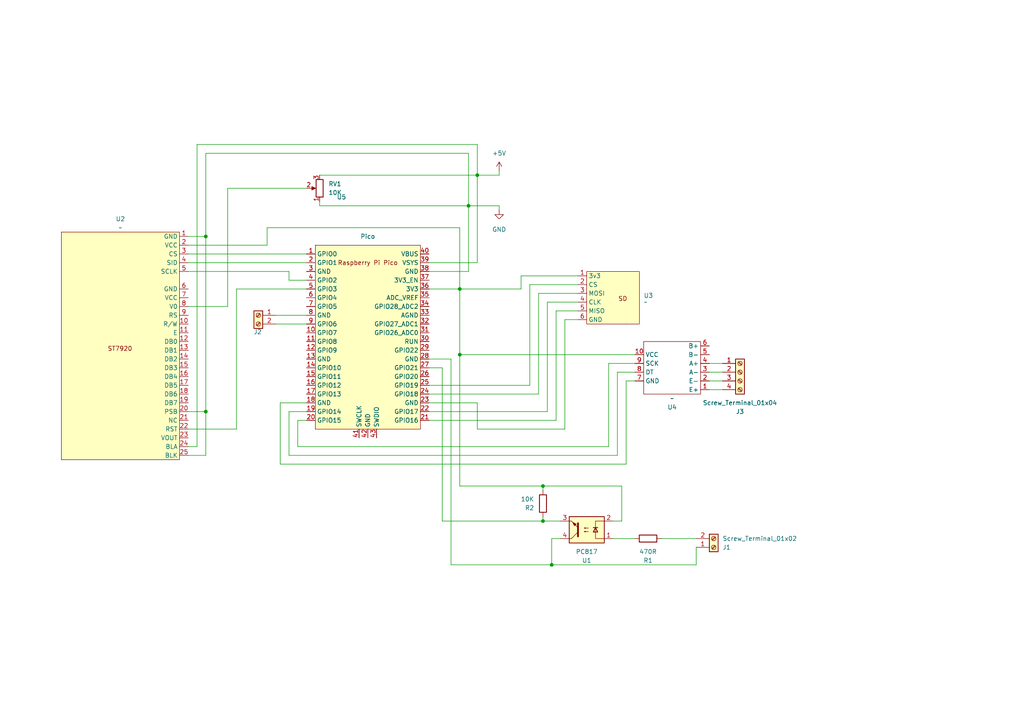
<source format=kicad_sch>
(kicad_sch (version 20231120) (generator "eeschema") (generator_version "8.0")
  (paper "A4")
  (lib_symbols
    (symbol "Connector:Screw_Terminal_01x02" (pin_names (offset 1.016) hide)
      (property "Reference" "J" (at 0 2.54 0))
      (property "Value" "Screw_Terminal_01x02" (at 0 -5.08 0))
      (symbol "Screw_Terminal_01x02_1_1"
        (rectangle (start -1.27 1.27) (end 1.27 -3.81) (stroke (width 0.254)) (fill (type background)))
        (circle (center 0 -2.54) (radius 0.635) (stroke (width 0.1524)))
        (polyline (pts (xy -0.5334 -2.2098) (xy 0.3302 -3.048)) (stroke (width 0.1524)))
        (polyline (pts (xy -0.5334 0.3302) (xy 0.3302 -0.508)) (stroke (width 0.1524)))
        (polyline (pts (xy -0.3556 -2.032) (xy 0.508 -2.8702)) (stroke (width 0.1524)))
        (polyline (pts (xy -0.3556 0.508) (xy 0.508 -0.3302)) (stroke (width 0.1524)))
        (circle (center 0 0) (radius 0.635) (stroke (width 0.1524)))
        (pin passive line (at -5.08 0 0) (length 3.81) (name "Pin_1") (number "1"))
        (pin passive line (at -5.08 -2.54 0) (length 3.81) (name "Pin_2") (number "2"))
      )
    )
    (symbol "Connector:Screw_Terminal_01x04" (pin_names (offset 1.016) hide)
      (property "Reference" "J" (at 0 5.08 0))
      (property "Value" "Screw_Terminal_01x04" (at 0 -7.62 0))
      (symbol "Screw_Terminal_01x04_1_1"
        (rectangle (start -1.27 3.81) (end 1.27 -6.35) (stroke (width 0.254)) (fill (type background)))
        (circle (center 0 -5.08) (radius 0.635) (stroke (width 0.1524)))
        (circle (center 0 -2.54) (radius 0.635) (stroke (width 0.1524)))
        (polyline (pts (xy -0.5334 -4.7498) (xy 0.3302 -5.588)) (stroke (width 0.1524)))
        (polyline (pts (xy -0.5334 -2.2098) (xy 0.3302 -3.048)) (stroke (width 0.1524)))
        (polyline (pts (xy -0.5334 0.3302) (xy 0.3302 -0.508)) (stroke (width 0.1524)))
        (polyline (pts (xy -0.5334 2.8702) (xy 0.3302 2.032)) (stroke (width 0.1524)))
        (polyline (pts (xy -0.3556 -4.572) (xy 0.508 -5.4102)) (stroke (width 0.1524)))
        (polyline (pts (xy -0.3556 -2.032) (xy 0.508 -2.8702)) (stroke (width 0.1524)))
        (polyline (pts (xy -0.3556 0.508) (xy 0.508 -0.3302)) (stroke (width 0.1524)))
        (polyline (pts (xy -0.3556 3.048) (xy 0.508 2.2098)) (stroke (width 0.1524)))
        (circle (center 0 0) (radius 0.635) (stroke (width 0.1524)))
        (circle (center 0 2.54) (radius 0.635) (stroke (width 0.1524)))
        (pin passive line (at -5.08 2.54 0) (length 3.81) (name "Pin_1") (number "1"))
        (pin passive line (at -5.08 0 0) (length 3.81) (name "Pin_2") (number "2"))
        (pin passive line (at -5.08 -2.54 0) (length 3.81) (name "Pin_3") (number "3"))
        (pin passive line (at -5.08 -5.08 0) (length 3.81) (name "Pin_4") (number "4"))
      )
    )
    (symbol "Device:R" (pin_numbers hide) (pin_names (offset 0))
      (property "Reference" "R" (at 2.032 0 90))
      (property "Value" "R" (at 0 0 90))
      (symbol "R_0_1"
        (rectangle (start -1.016 -2.54) (end 1.016 2.54) (stroke (width 0.254)))
      )
      (symbol "R_1_1"
        (pin passive line (at 0 3.81 270) (length 1.27) (name "~") (number "1"))
        (pin passive line (at 0 -3.81 90) (length 1.27) (name "~") (number "2"))
      )
    )
    (symbol "Device:R_Potentiometer" (pin_names (offset 1.016) hide)
      (property "Reference" "RV" (at -4.445 0 90))
      (property "Value" "R_Potentiometer" (at -2.54 0 90))
      (symbol "R_Potentiometer_0_1"
        (polyline (pts (xy 2.54 0) (xy 1.524 0)))
        (polyline (pts (xy 1.143 0) (xy 2.286 0.508) (xy 2.286 -0.508) (xy 1.143 0)) (fill (type outline)))
        (rectangle (start 1.016 2.54) (end -1.016 -2.54) (stroke (width 0.254)))
      )
      (symbol "R_Potentiometer_1_1"
        (pin passive line (at 0 3.81 270) (length 1.27) (name "1") (number "1"))
        (pin passive line (at 3.81 0 180) (length 1.27) (name "2") (number "2"))
        (pin passive line (at 0 -3.81 90) (length 1.27) (name "3") (number "3"))
      )
    )
    (symbol "Isolator:PC817" (pin_names (offset 1.016))
      (property "Reference" "U" (at -5.08 5.08 0))
      (property "Value" "PC817" (at 0 5.08 0))
      (symbol "PC817_0_1"
        (rectangle (start -5.08 3.81) (end 5.08 -3.81) (stroke (width 0.254)) (fill (type background)))
        (polyline (pts (xy -3.175 -0.635) (xy -1.905 -0.635)) (stroke (width 0.254)))
        (polyline (pts (xy 2.54 0.635) (xy 4.445 2.54)))
        (polyline (pts (xy 4.445 -2.54) (xy 2.54 -0.635)) (fill (type outline)))
        (polyline (pts (xy 4.445 -2.54) (xy 5.08 -2.54)))
        (polyline (pts (xy 4.445 2.54) (xy 5.08 2.54)))
        (polyline (pts (xy -5.08 2.54) (xy -2.54 2.54) (xy -2.54 -0.635)))
        (polyline (pts (xy -2.54 -0.635) (xy -2.54 -2.54) (xy -5.08 -2.54)))
        (polyline (pts (xy 2.54 1.905) (xy 2.54 -1.905) (xy 2.54 -1.905)) (stroke (width 0.508)))
        (polyline (pts (xy -2.54 -0.635) (xy -3.175 0.635) (xy -1.905 0.635) (xy -2.54 -0.635)) (stroke (width 0.254)))
        (polyline (pts (xy -0.508 -0.508) (xy 0.762 -0.508) (xy 0.381 -0.635) (xy 0.381 -0.381) (xy 0.762 -0.508)))
        (polyline (pts (xy -0.508 0.508) (xy 0.762 0.508) (xy 0.381 0.381) (xy 0.381 0.635) (xy 0.762 0.508)))
        (polyline (pts (xy 3.048 -1.651) (xy 3.556 -1.143) (xy 4.064 -2.159) (xy 3.048 -1.651) (xy 3.048 -1.651)) (fill (type outline)))
      )
      (symbol "PC817_1_1"
        (pin passive line (at -7.62 2.54 0) (length 2.54) (name "~") (number "1"))
        (pin passive line (at -7.62 -2.54 0) (length 2.54) (name "~") (number "2"))
        (pin passive line (at 7.62 -2.54 180) (length 2.54) (name "~") (number "3"))
        (pin passive line (at 7.62 2.54 180) (length 2.54) (name "~") (number "4"))
      )
    )
    (symbol "MCU_RaspberryPi_and_Boards:Pico"
      (property "Reference" "U" (at -13.97 27.94 0))
      (property "Value" "Pico" (at 0 19.05 0))
      (symbol "Pico_0_0"
        (text "Raspberry Pi Pico" (at 0 21.59 0) (effects (font (size 1.27 1.27))))
      )
      (symbol "Pico_0_1"
        (rectangle (start -15.24 26.67) (end 15.24 -26.67) (fill (type background)))
      )
      (symbol "Pico_1_1"
        (pin bidirectional line (at -17.78 24.13 0) (length 2.54) (name "GPIO0") (number "1"))
        (pin bidirectional line (at -17.78 1.27 0) (length 2.54) (name "GPIO7") (number "10"))
        (pin bidirectional line (at -17.78 -1.27 0) (length 2.54) (name "GPIO8") (number "11"))
        (pin bidirectional line (at -17.78 -3.81 0) (length 2.54) (name "GPIO9") (number "12"))
        (pin power_in line (at -17.78 -6.35 0) (length 2.54) (name "GND") (number "13"))
        (pin bidirectional line (at -17.78 -8.89 0) (length 2.54) (name "GPIO10") (number "14"))
        (pin bidirectional line (at -17.78 -11.43 0) (length 2.54) (name "GPIO11") (number "15"))
        (pin bidirectional line (at -17.78 -13.97 0) (length 2.54) (name "GPIO12") (number "16"))
        (pin bidirectional line (at -17.78 -16.51 0) (length 2.54) (name "GPIO13") (number "17"))
        (pin power_in line (at -17.78 -19.05 0) (length 2.54) (name "GND") (number "18"))
        (pin bidirectional line (at -17.78 -21.59 0) (length 2.54) (name "GPIO14") (number "19"))
        (pin bidirectional line (at -17.78 21.59 0) (length 2.54) (name "GPIO1") (number "2"))
        (pin bidirectional line (at -17.78 -24.13 0) (length 2.54) (name "GPIO15") (number "20"))
        (pin bidirectional line (at 17.78 -24.13 180) (length 2.54) (name "GPIO16") (number "21"))
        (pin bidirectional line (at 17.78 -21.59 180) (length 2.54) (name "GPIO17") (number "22"))
        (pin power_in line (at 17.78 -19.05 180) (length 2.54) (name "GND") (number "23"))
        (pin bidirectional line (at 17.78 -16.51 180) (length 2.54) (name "GPIO18") (number "24"))
        (pin bidirectional line (at 17.78 -13.97 180) (length 2.54) (name "GPIO19") (number "25"))
        (pin bidirectional line (at 17.78 -11.43 180) (length 2.54) (name "GPIO20") (number "26"))
        (pin bidirectional line (at 17.78 -8.89 180) (length 2.54) (name "GPIO21") (number "27"))
        (pin power_in line (at 17.78 -6.35 180) (length 2.54) (name "GND") (number "28"))
        (pin bidirectional line (at 17.78 -3.81 180) (length 2.54) (name "GPIO22") (number "29"))
        (pin power_in line (at -17.78 19.05 0) (length 2.54) (name "GND") (number "3"))
        (pin input line (at 17.78 -1.27 180) (length 2.54) (name "RUN") (number "30"))
        (pin bidirectional line (at 17.78 1.27 180) (length 2.54) (name "GPIO26_ADC0") (number "31"))
        (pin bidirectional line (at 17.78 3.81 180) (length 2.54) (name "GPIO27_ADC1") (number "32"))
        (pin power_in line (at 17.78 6.35 180) (length 2.54) (name "AGND") (number "33"))
        (pin bidirectional line (at 17.78 8.89 180) (length 2.54) (name "GPIO28_ADC2") (number "34"))
        (pin power_in line (at 17.78 11.43 180) (length 2.54) (name "ADC_VREF") (number "35"))
        (pin power_in line (at 17.78 13.97 180) (length 2.54) (name "3V3") (number "36"))
        (pin input line (at 17.78 16.51 180) (length 2.54) (name "3V3_EN") (number "37"))
        (pin bidirectional line (at 17.78 19.05 180) (length 2.54) (name "GND") (number "38"))
        (pin power_in line (at 17.78 21.59 180) (length 2.54) (name "VSYS") (number "39"))
        (pin bidirectional line (at -17.78 16.51 0) (length 2.54) (name "GPIO2") (number "4"))
        (pin power_in line (at 17.78 24.13 180) (length 2.54) (name "VBUS") (number "40"))
        (pin input line (at -2.54 -29.21 90) (length 2.54) (name "SWCLK") (number "41"))
        (pin power_in line (at 0 -29.21 90) (length 2.54) (name "GND") (number "42"))
        (pin bidirectional line (at 2.54 -29.21 90) (length 2.54) (name "SWDIO") (number "43"))
        (pin bidirectional line (at -17.78 13.97 0) (length 2.54) (name "GPIO3") (number "5"))
        (pin bidirectional line (at -17.78 11.43 0) (length 2.54) (name "GPIO4") (number "6"))
        (pin bidirectional line (at -17.78 8.89 0) (length 2.54) (name "GPIO5") (number "7"))
        (pin power_in line (at -17.78 6.35 0) (length 2.54) (name "GND") (number "8"))
        (pin bidirectional line (at -17.78 3.81 0) (length 2.54) (name "GPIO6") (number "9"))
      )
    )
    (symbol "New_Library:MicroSD_reader"
      (property "Reference" "U" (at 0 0 0))
      (symbol "MicroSD_reader_0_1"
        (rectangle (start 13.97 -8.89) (end 13.97 -8.89))
      )
      (symbol "MicroSD_reader_1_1"
        (rectangle (start 2.54 6.35) (end 17.78 -8.89) (fill (type background)))
        (text "SD  " (at 13.97 -1.524 0) (effects (font (size 1.27 1.27))))
        (pin power_in line (at 0 5.08 0) (length 2.54) (name "3v3") (number "1"))
        (pin input line (at 0 2.54 0) (length 2.54) (name "CS") (number "2"))
        (pin input line (at 0 0 0) (length 2.54) (name "MOSI") (number "3"))
        (pin input line (at 0 -2.54 0) (length 2.54) (name "CLK") (number "4"))
        (pin output line (at 0 -5.08 0) (length 2.54) (name "MISO") (number "5"))
        (pin power_in line (at 0 -7.62 0) (length 2.54) (name "GND") (number "6"))
      )
    )
    (symbol "New_Library:ST7920"
      (property "Reference" "U" (at 1.27 1.27 0))
      (symbol "ST7920_1_1"
        (rectangle (start -35.56 15.24) (end -1.27 -50.8) (fill (type background)))
        (text "ST7920\n" (at -18.542 -18.542 0) (effects (font (size 1.27 1.27))))
        (pin power_in line (at 1.27 13.97 180) (length 2.54) (name "GND") (number "1"))
        (pin input line (at 1.27 -11.43 180) (length 2.54) (name "R/W") (number "10"))
        (pin input line (at 1.27 -13.97 180) (length 2.54) (name "E") (number "11"))
        (pin bidirectional line (at 1.27 -16.51 180) (length 2.54) (name "DB0") (number "12"))
        (pin bidirectional line (at 1.27 -19.05 180) (length 2.54) (name "DB1") (number "13"))
        (pin bidirectional line (at 1.27 -21.59 180) (length 2.54) (name "DB2") (number "14"))
        (pin bidirectional line (at 1.27 -24.13 180) (length 2.54) (name "DB3") (number "15"))
        (pin bidirectional line (at 1.27 -26.67 180) (length 2.54) (name "DB4") (number "16"))
        (pin bidirectional line (at 1.27 -29.21 180) (length 2.54) (name "DB5") (number "17"))
        (pin bidirectional line (at 1.27 -31.75 180) (length 2.54) (name "DB6") (number "18"))
        (pin bidirectional line (at 1.27 -34.29 180) (length 2.54) (name "DB7") (number "19"))
        (pin power_in line (at 1.27 11.43 180) (length 2.54) (name "VCC") (number "2"))
        (pin input line (at 1.27 -36.83 180) (length 2.54) (name "PSB") (number "20"))
        (pin unspecified line (at 1.27 -39.37 180) (length 2.54) (name "NC") (number "21"))
        (pin input line (at 1.27 -41.91 180) (length 2.54) (name "RST") (number "22"))
        (pin power_out line (at 1.27 -44.45 180) (length 2.54) (name "VOUT") (number "23"))
        (pin power_in line (at 1.27 -46.99 180) (length 2.54) (name "BLA") (number "24"))
        (pin power_in line (at 1.27 -49.53 180) (length 2.54) (name "BLK") (number "25"))
        (pin input line (at 1.27 8.89 180) (length 2.54) (name "CS") (number "3"))
        (pin input line (at 1.27 6.35 180) (length 2.54) (name "SID") (number "4"))
        (pin input line (at 1.27 3.81 180) (length 2.54) (name "SCLK") (number "5"))
        (pin unspecified line (at 1.27 -1.27 180) (length 2.54) (name "GND") (number "6"))
        (pin unspecified line (at 1.27 -3.81 180) (length 2.54) (name "VCC") (number "7"))
        (pin input line (at 1.27 -6.35 180) (length 2.54) (name "V0") (number "8"))
        (pin input line (at 1.27 -8.89 180) (length 2.54) (name "RS") (number "9"))
      )
    )
    (symbol "New_Library:XFW-HX711"
      (property "Reference" "U" (at 0 0 0))
      (symbol "XFW-HX711_0_1"
        (rectangle (start 2.54 7.62) (end 19.05 -7.62))
      )
      (symbol "XFW-HX711_1_1"
        (pin input line (at 0 6.35 0) (length 2.54) (name "E+") (number "1"))
        (pin power_in line (at 21.59 -3.81 180) (length 2.54) (name "VCC") (number "10"))
        (pin input line (at 0 3.81 0) (length 2.54) (name "E-") (number "2"))
        (pin input line (at 0 1.27 0) (length 2.54) (name "A-") (number "3"))
        (pin input line (at 0 -1.27 0) (length 2.54) (name "A+") (number "4"))
        (pin input line (at 0 -3.81 0) (length 2.54) (name "B-") (number "5"))
        (pin input line (at 0 -6.35 0) (length 2.54) (name "B+") (number "6"))
        (pin power_in line (at 21.59 3.81 180) (length 2.54) (name "GND") (number "7"))
        (pin output line (at 21.59 1.27 180) (length 2.54) (name "DT") (number "8"))
        (pin input line (at 21.59 -1.27 180) (length 2.54) (name "SCK") (number "9"))
      )
    )
    (symbol "power:+5V" (power) (pin_numbers hide) (pin_names (offset 0) hide)
      (property "Value" "+5V" (at 0 3.556 0))
      (symbol "+5V_0_1"
        (polyline (pts (xy -0.762 1.27) (xy 0 2.54)))
        (polyline (pts (xy 0 0) (xy 0 2.54)))
        (polyline (pts (xy 0 2.54) (xy 0.762 1.27)))
      )
      (symbol "+5V_1_1"
        (pin power_in line (at 0 0 90) (length 0) (name "~") (number "1"))
      )
    )
    (symbol "power:GND" (power) (pin_numbers hide) (pin_names (offset 0) hide)
      (property "Value" "GND" (at 0 -3.81 0))
      (symbol "GND_0_1"
        (polyline (pts (xy 0 0) (xy 0 -1.27) (xy 1.27 -1.27) (xy 0 -2.54) (xy -1.27 -1.27) (xy 0 -1.27)))
      )
      (symbol "GND_1_1"
        (pin power_in line (at 0 0 270) (length 0) (name "~") (number "1"))
      )
    )
  )
  (junction (at 160.02 163.83))
  (junction (at 135.89 59.69))
  (junction (at 157.48 140.97))
  (junction (at 138.43 50.8))
  (junction (at 59.69 119.38))
  (junction (at 133.35 102.87))
  (junction (at 133.35 83.82))
  (junction (at 59.69 68.58))
  (junction (at 157.48 151.13))
  (wire (pts (xy 130.81 163.83) (xy 160.02 163.83)))
  (wire (pts (xy 133.35 102.87) (xy 133.35 140.97)))
  (wire (pts (xy 180.34 151.13) (xy 177.8 151.13)))
  (wire (pts (xy 124.46 114.3) (xy 156.21 114.3)))
  (wire (pts (xy 77.47 71.12) (xy 54.61 71.12)))
  (wire (pts (xy 128.27 106.68) (xy 128.27 151.13)))
  (wire (pts (xy 162.56 151.13) (xy 157.48 151.13)))
  (wire (pts (xy 83.82 132.08) (xy 83.82 119.38)))
  (wire (pts (xy 180.34 140.97) (xy 157.48 140.97)))
  (wire (pts (xy 133.35 83.82) (xy 133.35 66.04)))
  (wire (pts (xy 163.83 92.71) (xy 167.64 92.71)))
  (wire (pts (xy 158.75 119.38) (xy 158.75 87.63)))
  (wire (pts (xy 80.01 93.98) (xy 88.9 93.98)))
  (wire (pts (xy 151.13 80.01) (xy 151.13 83.82)))
  (wire (pts (xy 83.82 119.38) (xy 88.9 119.38)))
  (wire (pts (xy 138.43 50.8) (xy 138.43 76.2)))
  (wire (pts (xy 156.21 85.09) (xy 156.21 114.3)))
  (wire (pts (xy 160.02 163.83) (xy 160.02 156.21)))
  (wire (pts (xy 205.74 105.41) (xy 209.55 105.41)))
  (wire (pts (xy 54.61 88.9) (xy 66.04 88.9)))
  (wire (pts (xy 156.21 85.09) (xy 167.64 85.09)))
  (wire (pts (xy 167.64 80.01) (xy 151.13 80.01)))
  (wire (pts (xy 83.82 81.28) (xy 83.82 78.74)))
  (wire (pts (xy 124.46 106.68) (xy 128.27 106.68)))
  (wire (pts (xy 59.69 132.08) (xy 54.61 132.08)))
  (wire (pts (xy 179.07 107.95) (xy 179.07 132.08)))
  (wire (pts (xy 133.35 83.82) (xy 133.35 102.87)))
  (wire (pts (xy 161.29 90.17) (xy 161.29 121.92)))
  (wire (pts (xy 138.43 50.8) (xy 144.78 50.8)))
  (wire (pts (xy 135.89 59.69) (xy 144.78 59.69)))
  (wire (pts (xy 180.34 151.13) (xy 180.34 140.97)))
  (wire (pts (xy 181.61 134.62) (xy 181.61 110.49)))
  (wire (pts (xy 54.61 119.38) (xy 59.69 119.38)))
  (wire (pts (xy 124.46 111.76) (xy 153.67 111.76)))
  (wire (pts (xy 86.36 129.54) (xy 176.53 129.54)))
  (wire (pts (xy 133.35 83.82) (xy 151.13 83.82)))
  (wire (pts (xy 161.29 90.17) (xy 167.64 90.17)))
  (wire (pts (xy 138.43 41.91) (xy 138.43 50.8)))
  (wire (pts (xy 163.83 124.46) (xy 163.83 92.71)))
  (wire (pts (xy 66.04 54.61) (xy 88.9 54.61)))
  (wire (pts (xy 124.46 121.92) (xy 161.29 121.92)))
  (wire (pts (xy 205.74 107.95) (xy 209.55 107.95)))
  (wire (pts (xy 86.36 121.92) (xy 86.36 129.54)))
  (wire (pts (xy 57.15 129.54) (xy 54.61 129.54)))
  (wire (pts (xy 124.46 104.14) (xy 130.81 104.14)))
  (wire (pts (xy 133.35 102.87) (xy 184.15 102.87)))
  (wire (pts (xy 135.89 59.69) (xy 135.89 78.74)))
  (wire (pts (xy 54.61 76.2) (xy 88.9 76.2)))
  (wire (pts (xy 157.48 140.97) (xy 157.48 142.24)))
  (wire (pts (xy 68.58 124.46) (xy 54.61 124.46)))
  (wire (pts (xy 81.28 116.84) (xy 81.28 134.62)))
  (wire (pts (xy 59.69 119.38) (xy 59.69 68.58)))
  (wire (pts (xy 57.15 41.91) (xy 138.43 41.91)))
  (wire (pts (xy 181.61 110.49) (xy 184.15 110.49)))
  (wire (pts (xy 92.71 58.42) (xy 92.71 59.69)))
  (wire (pts (xy 68.58 83.82) (xy 68.58 124.46)))
  (wire (pts (xy 144.78 59.69) (xy 144.78 60.96)))
  (wire (pts (xy 59.69 132.08) (xy 59.69 119.38)))
  (wire (pts (xy 133.35 83.82) (xy 124.46 83.82)))
  (wire (pts (xy 54.61 68.58) (xy 59.69 68.58)))
  (wire (pts (xy 88.9 81.28) (xy 83.82 81.28)))
  (wire (pts (xy 138.43 124.46) (xy 163.83 124.46)))
  (wire (pts (xy 157.48 151.13) (xy 128.27 151.13)))
  (wire (pts (xy 80.01 91.44) (xy 88.9 91.44)))
  (wire (pts (xy 205.74 110.49) (xy 209.55 110.49)))
  (wire (pts (xy 138.43 116.84) (xy 138.43 124.46)))
  (wire (pts (xy 81.28 116.84) (xy 88.9 116.84)))
  (wire (pts (xy 162.56 156.21) (xy 160.02 156.21)))
  (wire (pts (xy 124.46 116.84) (xy 138.43 116.84)))
  (wire (pts (xy 66.04 88.9) (xy 66.04 54.61)))
  (wire (pts (xy 54.61 73.66) (xy 88.9 73.66)))
  (wire (pts (xy 124.46 78.74) (xy 135.89 78.74)))
  (wire (pts (xy 133.35 66.04) (xy 77.47 66.04)))
  (wire (pts (xy 201.93 163.83) (xy 201.93 158.75)))
  (wire (pts (xy 205.74 113.03) (xy 209.55 113.03)))
  (wire (pts (xy 179.07 132.08) (xy 83.82 132.08)))
  (wire (pts (xy 158.75 87.63) (xy 167.64 87.63)))
  (wire (pts (xy 130.81 104.14) (xy 130.81 163.83)))
  (wire (pts (xy 86.36 121.92) (xy 88.9 121.92)))
  (wire (pts (xy 153.67 82.55) (xy 153.67 111.76)))
  (wire (pts (xy 68.58 83.82) (xy 88.9 83.82)))
  (wire (pts (xy 135.89 44.45) (xy 135.89 59.69)))
  (wire (pts (xy 157.48 151.13) (xy 157.48 149.86)))
  (wire (pts (xy 160.02 163.83) (xy 201.93 163.83)))
  (wire (pts (xy 59.69 68.58) (xy 59.69 44.45)))
  (wire (pts (xy 83.82 78.74) (xy 54.61 78.74)))
  (wire (pts (xy 133.35 140.97) (xy 157.48 140.97)))
  (wire (pts (xy 144.78 49.53) (xy 144.78 50.8)))
  (wire (pts (xy 59.69 44.45) (xy 135.89 44.45)))
  (wire (pts (xy 92.71 59.69) (xy 135.89 59.69)))
  (wire (pts (xy 124.46 119.38) (xy 158.75 119.38)))
  (wire (pts (xy 77.47 66.04) (xy 77.47 71.12)))
  (wire (pts (xy 81.28 134.62) (xy 181.61 134.62)))
  (wire (pts (xy 124.46 76.2) (xy 138.43 76.2)))
  (wire (pts (xy 92.71 50.8) (xy 138.43 50.8)))
  (wire (pts (xy 184.15 107.95) (xy 179.07 107.95)))
  (wire (pts (xy 176.53 129.54) (xy 176.53 105.41)))
  (wire (pts (xy 153.67 82.55) (xy 167.64 82.55)))
  (wire (pts (xy 184.15 156.21) (xy 177.8 156.21)))
  (wire (pts (xy 176.53 105.41) (xy 184.15 105.41)))
  (wire (pts (xy 201.93 156.21) (xy 191.77 156.21)))
  (wire (pts (xy 57.15 41.91) (xy 57.15 129.54)))
  (symbol (lib_id "New_Library:ST7920") (at 53.34 82.55 0) (unit 1)
    (property "Reference" "U2" (at 34.925 63.5 0))
    (property "Value" "~" (at 34.925 66.04 0))
  )
  (symbol (lib_id "New_Library:MicroSD_reader") (at 167.64 85.09 0) (unit 1)
    (property "Reference" "U3" (at 186.69 85.7249 0) (effects (justify left)))
    (property "Value" "~" (at 186.69 87.63 0) (effects (justify left)))
  )
  (symbol (lib_id "Connector:Screw_Terminal_01x02") (at 207.01 158.75 0) (mirror x) (unit 1)
    (property "Reference" "J1" (at 209.55 158.7501 0) (effects (justify left)))
    (property "Value" "Screw_Terminal_01x02" (at 209.55 156.2101 0) (effects (justify left)))
    (property "Description" "Generic screw terminal, single row, 01x02, script generated (kicad-library-utils/schlib/autogen/connector/)" (effects (hide yes)))
  )
  (symbol (lib_id "Device:R") (at 157.48 146.05 180) (unit 1)
    (property "Reference" "R2" (at 154.94 147.3201 0) (effects (justify left)))
    (property "Value" "10K" (at 154.94 144.7801 0) (effects (justify left)))
    (property "Description" "Resistor" (effects (hide yes)))
  )
  (symbol (lib_id "Device:R_Potentiometer") (at 92.71 54.61 180) (unit 1)
    (property "Reference" "RV1" (at 95.25 53.3399 0) (effects (justify right)))
    (property "Value" "10K" (at 95.25 55.8799 0) (effects (justify right)))
    (property "Description" "Potentiometer" (effects (hide yes)))
  )
  (symbol (lib_id "power:GND") (at 144.78 60.96 0) (unit 1)
    (property "Reference" "#PWR04" (effects (hide yes)))
    (property "Value" "GND" (at 144.78 66.548 0))
    (property "Description" "Power symbol creates a global label with name \"GND\" , ground" (effects (hide yes)))
  )
  (symbol (lib_id "Isolator:PC817") (at 170.18 153.67 180) (unit 1)
    (property "Reference" "U1" (at 170.18 162.56 0))
    (property "Value" "PC817" (at 170.18 160.02 0))
    (property "Footprint" "Package_DIP:DIP-4_W7.62mm" (effects (hide yes)))
    (property "Datasheet" "http://www.soselectronic.cz/a_info/resource/d/pc817.pdf" (effects (hide yes)))
    (property "Description" "DC Optocoupler, Vce 35V, CTR 50-300%, DIP-4" (effects (hide yes)))
  )
  (symbol (lib_id "MCU_RaspberryPi_and_Boards:Pico") (at 106.68 97.79 0) (unit 1)
    (property "Reference" "U5" (at 99.06 57.15 0))
    (property "Value" "Pico" (at 106.68 68.58 0))
    (property "Footprint" "RPi_Pico:RPi_Pico_SMD_TH" (effects (hide yes)))
  )
  (symbol (lib_id "New_Library:XFW-HX711") (at 205.74 106.68 180) (unit 1)
    (property "Reference" "U4" (at 194.945 118.11 0))
    (property "Value" "~" (at 194.945 115.57 0))
  )
  (symbol (lib_id "Connector:Screw_Terminal_01x04") (at 214.63 107.95 0) (unit 1)
    (property "Reference" "J3" (at 214.63 119.38 0))
    (property "Value" "Screw_Terminal_01x04" (at 214.63 116.84 0))
    (property "Footprint" "TerminalBlock:TerminalBlock_Altech_AK300-4_P5.00mm" (effects (hide yes)))
    (property "Description" "Generic screw terminal, single row, 01x04, script generated (kicad-library-utils/schlib/autogen/connector/)" (effects (hide yes)))
  )
  (symbol (lib_id "Device:R") (at 187.96 156.21 270) (unit 1)
    (property "Reference" "R1" (at 187.96 162.56 90))
    (property "Value" "470R" (at 187.96 160.02 90))
    (property "Description" "Resistor" (effects (hide yes)))
  )
  (symbol (lib_id "Connector:Screw_Terminal_01x02") (at 74.93 91.44 0) (mirror y) (unit 1)
    (property "Reference" "J2" (at 75.946 96.266 0) (effects (justify left)))
    (property "Value" "Screw_Terminal_01x02" (effects (hide yes)))
    (property "Description" "Generic screw terminal, single row, 01x02, script generated (kicad-library-utils/schlib/autogen/connector/)" (effects (hide yes)))
  )
  (symbol (lib_id "power:+5V") (at 144.78 49.53 0) (unit 1)
    (property "Reference" "#PWR02" (effects (hide yes)))
    (property "Value" "+5V" (at 144.78 44.45 0))
    (property "Description" "Power symbol creates a global label with name \"+5V\"" (effects (hide yes)))
  )
)
</source>
